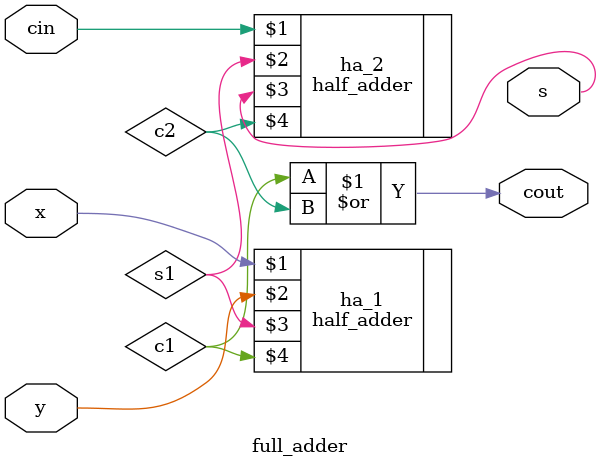
<source format=v>
`timescale 1ns / 1ps


module full_adder(
        x, y, cin, s, cout
    );
    input x, y, cin;
    output s, cout;
    
    wire s1, c1, c2;
    
    half_adder ha_1(x, y, s1, c1);
    half_adder ha_2(cin, s1, s, c2);
    or (cout, c1, c2);
    
endmodule

</source>
